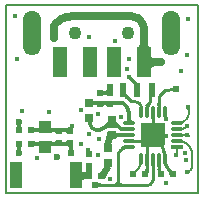
<source format=gtl>
G04*
G04 #@! TF.GenerationSoftware,Altium Limited,Altium Designer,20.1.8 (145)*
G04*
G04 Layer_Physical_Order=1*
G04 Layer_Color=255*
%FSLAX25Y25*%
%MOIN*%
G70*
G04*
G04 #@! TF.SameCoordinates,21FBFEBA-D07F-42F0-8C11-0AAD296DAF8C*
G04*
G04*
G04 #@! TF.FilePolarity,Positive*
G04*
G01*
G75*
%ADD14C,0.01000*%
%ADD15C,0.00500*%
%ADD16R,0.01968X0.05118*%
%ADD17R,0.01968X0.02362*%
%ADD18R,0.02500X0.03000*%
%ADD19O,0.01181X0.04331*%
%ADD20O,0.04331X0.01181*%
%ADD21R,0.04331X0.01181*%
%ADD22R,0.03937X0.03937*%
%ADD23R,0.02362X0.01968*%
%ADD24R,0.03937X0.04331*%
%ADD25R,0.03937X0.08661*%
%ADD26R,0.04724X0.09843*%
%ADD40C,0.00600*%
%ADD41C,0.01200*%
%ADD42C,0.02500*%
%ADD43C,0.02000*%
%ADD44C,0.04331*%
%ADD45O,0.06000X0.15000*%
%ADD46C,0.01772*%
%ADD47C,0.02362*%
%ADD48C,0.02400*%
G36*
X562471Y240460D02*
X562504Y240035D01*
X562559Y239660D01*
X562636Y239335D01*
X562735Y239060D01*
X562856Y238835D01*
X562999Y238660D01*
X563164Y238535D01*
X563351Y238460D01*
X563560Y238435D01*
X558860D01*
X559069Y238460D01*
X559256Y238535D01*
X559421Y238660D01*
X559564Y238835D01*
X559685Y239060D01*
X559784Y239335D01*
X559861Y239660D01*
X559916Y240035D01*
X559949Y240460D01*
X559960Y240935D01*
X562460D01*
X562471Y240460D01*
D02*
G37*
G36*
X563574Y235788D02*
X563649Y235576D01*
X563774Y235388D01*
X563950Y235226D01*
X564176Y235088D01*
X564453Y234976D01*
X564779Y234889D01*
X565156Y234826D01*
X565583Y234788D01*
X566060Y234776D01*
Y232276D01*
X565583Y232263D01*
X565156Y232226D01*
X564779Y232164D01*
X564453Y232076D01*
X564176Y231963D01*
X563950Y231826D01*
X563774Y231663D01*
X563649Y231476D01*
X563574Y231263D01*
X563548Y231026D01*
Y236026D01*
X563574Y235788D01*
D02*
G37*
G36*
X557289Y228556D02*
X557300Y228516D01*
X557317Y228473D01*
X557343Y228426D01*
X557375Y228375D01*
X557415Y228320D01*
X557516Y228198D01*
X557646Y228061D01*
X556939Y227354D01*
X556869Y227422D01*
X556680Y227585D01*
X556626Y227625D01*
X556574Y227657D01*
X556527Y227682D01*
X556484Y227700D01*
X556444Y227711D01*
X556409Y227714D01*
X557286Y228591D01*
X557289Y228556D01*
D02*
G37*
G36*
X548840Y222400D02*
X548830Y222495D01*
X548799Y222580D01*
X548749Y222655D01*
X548678Y222720D01*
X548587Y222775D01*
X548475Y222820D01*
X548344Y222855D01*
X548250Y222870D01*
X548156Y222855D01*
X548025Y222820D01*
X547913Y222775D01*
X547822Y222720D01*
X547751Y222655D01*
X547701Y222580D01*
X547670Y222495D01*
X547660Y222400D01*
Y224400D01*
X547670Y224305D01*
X547701Y224220D01*
X547751Y224145D01*
X547822Y224080D01*
X547913Y224025D01*
X548025Y223980D01*
X548156Y223945D01*
X548250Y223930D01*
X548344Y223945D01*
X548475Y223980D01*
X548587Y224025D01*
X548678Y224080D01*
X548749Y224145D01*
X548799Y224220D01*
X548830Y224305D01*
X548840Y224400D01*
Y222400D01*
D02*
G37*
G36*
X563904Y221860D02*
X563903Y221844D01*
X563900Y221349D01*
X562900D01*
X562896Y221865D01*
X563904D01*
X563904Y221860D01*
D02*
G37*
G36*
X555297Y223473D02*
X555291Y223361D01*
X555318Y223230D01*
X555376Y223081D01*
X555467Y222914D01*
X555591Y222728D01*
X555747Y222523D01*
X556155Y222059D01*
X556409Y221799D01*
X555647Y221146D01*
X555428Y221358D01*
X555041Y221690D01*
X554873Y221809D01*
X554723Y221896D01*
X554590Y221952D01*
X554475Y221977D01*
X554377Y221971D01*
X554296Y221934D01*
X554233Y221865D01*
X555336Y223566D01*
X555297Y223473D01*
D02*
G37*
G36*
X548828Y220600D02*
X548872Y220600D01*
Y219400D01*
X548836Y219399D01*
X548840Y218800D01*
X548827Y218914D01*
X548790Y219016D01*
X548729Y219106D01*
X548644Y219184D01*
X548535Y219250D01*
X548401Y219304D01*
X548250Y219344D01*
X548099Y219304D01*
X547965Y219250D01*
X547856Y219184D01*
X547771Y219106D01*
X547710Y219016D01*
X547673Y218914D01*
X547660Y218800D01*
X547664Y219399D01*
X547628Y219400D01*
Y220600D01*
X547672Y220601D01*
X547672Y220632D01*
X547684Y220626D01*
X547720Y220620D01*
X547780Y220616D01*
X547998Y220610D01*
X548828Y220632D01*
X548828Y220600D01*
D02*
G37*
G36*
X566814Y218875D02*
X565724D01*
X565732Y218897D01*
X565740Y218939D01*
X565746Y218999D01*
X565761Y219291D01*
X565768Y219942D01*
X566769D01*
X566814Y218875D01*
D02*
G37*
G36*
X550784Y220626D02*
X550820Y220620D01*
X550880Y220616D01*
X551360Y220603D01*
X551972Y220600D01*
Y219400D01*
X551743Y219394D01*
X551537Y219376D01*
X551356Y219346D01*
X551198Y219304D01*
X551065Y219250D01*
X550956Y219184D01*
X550871Y219106D01*
X550810Y219016D01*
X550773Y218914D01*
X550760Y218800D01*
X550772Y220632D01*
X550784Y220626D01*
D02*
G37*
G36*
X544038Y221086D02*
X544074Y220984D01*
X544135Y220894D01*
X544220Y220816D01*
X544329Y220750D01*
X544462Y220696D01*
X544620Y220654D01*
X544802Y220624D01*
X544948Y220611D01*
X545728Y220632D01*
X545740Y218800D01*
X545727Y218914D01*
X545690Y219016D01*
X545629Y219106D01*
X545544Y219184D01*
X545435Y219250D01*
X545301Y219304D01*
X545144Y219346D01*
X544963Y219376D01*
X544882Y219383D01*
X544802Y219376D01*
X544620Y219346D01*
X544462Y219304D01*
X544329Y219250D01*
X544220Y219184D01*
X544135Y219106D01*
X544074Y219016D01*
X544038Y218914D01*
X544026Y218800D01*
Y221200D01*
X544038Y221086D01*
D02*
G37*
G36*
X563154Y219546D02*
X563096Y219444D01*
X563003Y219249D01*
X562969Y219155D01*
X562942Y219064D01*
X562922Y218975D01*
X562911Y218890D01*
X562906Y218807D01*
X562910Y218726D01*
X562921Y218649D01*
X561914Y219066D01*
X561842Y219024D01*
X561791Y219010D01*
X561762Y219024D01*
X561754Y219065D01*
X561768Y219134D01*
X561803Y219231D01*
X561859Y219355D01*
X562037Y219686D01*
X562157Y219892D01*
X563154Y219546D01*
D02*
G37*
G36*
X576614Y218309D02*
X576569Y218139D01*
X576551Y218045D01*
X576523Y217842D01*
X576506Y217618D01*
X576500Y217372D01*
X575900Y217287D01*
X575896Y217374D01*
X575885Y217454D01*
X575867Y217527D01*
X575841Y217595D01*
X575808Y217655D01*
X575767Y217709D01*
X575719Y217757D01*
X575664Y217798D01*
X575602Y217832D01*
X575532Y217860D01*
X576641Y218387D01*
X576614Y218309D01*
D02*
G37*
G36*
X568547Y215749D02*
X568562Y215717D01*
X568584Y215686D01*
X568615Y215657D01*
X568653Y215629D01*
X568700Y215602D01*
X568754Y215577D01*
X568817Y215553D01*
X568887Y215531D01*
X568965Y215509D01*
X568035Y214964D01*
X568771Y215280D01*
X568754Y215267D01*
X568746Y215249D01*
X568745Y215224D01*
X568752Y215192D01*
X568767Y215153D01*
X568790Y215108D01*
X568821Y215057D01*
X568907Y214933D01*
X568962Y214862D01*
X568535Y214440D01*
X568461Y214533D01*
X568213Y214812D01*
X568163Y214859D01*
X568118Y214896D01*
X568078Y214925D01*
X568042Y214944D01*
X568015Y214953D01*
X567895Y214883D01*
X567917Y214966D01*
X567984Y215297D01*
X567988Y215346D01*
X567989Y215388D01*
X567988Y215425D01*
X567983Y215456D01*
X568541Y215782D01*
X568547Y215749D01*
D02*
G37*
G36*
X564836Y215251D02*
X564829Y215209D01*
X564822Y215149D01*
X564807Y214857D01*
X564800Y214206D01*
X563800D01*
X563755Y215273D01*
X564845D01*
X564836Y215251D01*
D02*
G37*
G36*
X557032Y214697D02*
X557050Y214491D01*
X557080Y214309D01*
X557122Y214151D01*
X557176Y214018D01*
X557242Y213909D01*
X557320Y213824D01*
X557410Y213763D01*
X557512Y213727D01*
X557626Y213715D01*
X555226D01*
X555340Y213727D01*
X555442Y213763D01*
X555532Y213824D01*
X555610Y213909D01*
X555676Y214018D01*
X555730Y214151D01*
X555772Y214309D01*
X555802Y214491D01*
X555820Y214697D01*
X555826Y214927D01*
X557026D01*
X557032Y214697D01*
D02*
G37*
G36*
X574808Y213635D02*
X574665Y213540D01*
X574441Y213367D01*
X574359Y213290D01*
X574297Y213219D01*
X574256Y213154D01*
X574234Y213095D01*
X574233Y213043D01*
X574252Y212996D01*
X574290Y212956D01*
X573291Y213715D01*
X573347Y213683D01*
X573413Y213665D01*
X573489Y213660D01*
X573575Y213669D01*
X573671Y213692D01*
X573778Y213729D01*
X573894Y213779D01*
X574020Y213843D01*
X574303Y214011D01*
X574808Y213635D01*
D02*
G37*
G36*
X544038Y213512D02*
X544031Y213505D01*
X544024Y213484D01*
X544019Y213448D01*
X544014Y213398D01*
X544003Y213163D01*
X544000Y212800D01*
X542800D01*
X542799Y212937D01*
X542772Y213342D01*
X542760Y213408D01*
X542745Y213458D01*
X542728Y213495D01*
X542709Y213517D01*
X542688Y213524D01*
X544038Y213512D01*
D02*
G37*
G36*
X537554Y211947D02*
X537538Y211925D01*
X537512Y211882D01*
X537502Y211861D01*
X537493Y211840D01*
X537486Y211819D01*
X537480Y211798D01*
X537476Y211778D01*
X537473Y211757D01*
X537473Y211737D01*
X536854Y211733D01*
X537311Y211421D01*
X537271Y211412D01*
X537235Y211394D01*
X537200Y211367D01*
X537169Y211331D01*
X537139Y211287D01*
X537112Y211234D01*
X537088Y211173D01*
X537066Y211103D01*
X537046Y211024D01*
X537029Y210936D01*
X536158Y211553D01*
X536219Y211728D01*
X535910Y211725D01*
X535960Y211734D01*
X536019Y211760D01*
X536085Y211802D01*
X536159Y211862D01*
X536240Y211938D01*
X536320Y212020D01*
X536341Y212083D01*
X536362Y212068D01*
X536534Y212268D01*
X536769Y212573D01*
X537554Y211947D01*
D02*
G37*
G36*
X550542Y213184D02*
X551838Y214559D01*
X551772Y214463D01*
X551740Y214351D01*
X551741Y214223D01*
X551776Y214078D01*
X551844Y213916D01*
X551946Y213738D01*
X552081Y213544D01*
X552249Y213333D01*
X552687Y212862D01*
X551888Y211964D01*
X551640Y212203D01*
X551195Y212580D01*
X550999Y212716D01*
X550821Y212818D01*
X550660Y212886D01*
X550517Y212919D01*
X550391Y212918D01*
X550294Y212886D01*
X550279Y212880D01*
X550191Y212812D01*
X550239Y212863D01*
X550207Y212849D01*
X550027Y212745D01*
X549828Y212604D01*
X549609Y212427D01*
X549112Y211964D01*
X548514Y213062D01*
X548741Y213298D01*
X549102Y213726D01*
X549235Y213918D01*
X549337Y214095D01*
X549407Y214257D01*
X549446Y214405D01*
X549454Y214538D01*
X549430Y214656D01*
X549374Y214759D01*
X550542Y213184D01*
D02*
G37*
G36*
X520135Y212925D02*
X520358D01*
X520315Y212876D01*
X520277Y212819D01*
X520243Y212752D01*
X520213Y212677D01*
X520188Y212593D01*
X520173Y212523D01*
X520183Y212460D01*
X520223Y212304D01*
X520274Y212172D01*
X520336Y212064D01*
X520410Y211980D01*
X520496Y211920D01*
X520592Y211884D01*
X520701Y211872D01*
X518362D01*
X518470Y211884D01*
X518567Y211920D01*
X518653Y211980D01*
X518727Y212064D01*
X518789Y212172D01*
X518840Y212304D01*
X518880Y212460D01*
X518890Y212523D01*
X518875Y212593D01*
X518850Y212677D01*
X518820Y212752D01*
X518786Y212819D01*
X518748Y212876D01*
X518705Y212925D01*
X518928D01*
X518931Y213072D01*
X520131D01*
X520135Y212925D01*
D02*
G37*
G36*
X575480Y211322D02*
X575398Y211331D01*
X575316Y211335D01*
X575234Y211335D01*
X575152Y211330D01*
X575070Y211320D01*
X574988Y211305D01*
X574907Y211285D01*
X574826Y211261D01*
X574744Y211232D01*
X574724Y211224D01*
X574602Y211155D01*
X574523Y211103D01*
X574382Y210994D01*
X574320Y210936D01*
X574263Y210877D01*
X574212Y210815D01*
X574166Y210751D01*
X573749Y211758D01*
X573843Y211742D01*
X573936Y211733D01*
X574029Y211728D01*
X574120Y211730D01*
X574211Y211738D01*
X574302Y211751D01*
X574391Y211770D01*
X574459Y211790D01*
X574483Y211807D01*
X574536Y211859D01*
X574584Y211918D01*
X574624Y211982D01*
X574658Y212053D01*
X574685Y212130D01*
X574706Y212213D01*
X574720Y212303D01*
X575480Y211322D01*
D02*
G37*
G36*
X526443Y209847D02*
X526432Y209933D01*
X526396Y210010D01*
X526335Y210078D01*
X526252Y210137D01*
X526144Y210187D01*
X526012Y210227D01*
X525855Y210259D01*
X525675Y210282D01*
X525540Y210291D01*
X525226Y210266D01*
X525070Y210241D01*
X524938Y210207D01*
X524830Y210166D01*
X524746Y210118D01*
X524686Y210062D01*
X524650Y209998D01*
X524638Y209928D01*
Y211872D01*
X524650Y211802D01*
X524686Y211738D01*
X524746Y211682D01*
X524830Y211634D01*
X524938Y211593D01*
X525070Y211560D01*
X525226Y211533D01*
X525406Y211515D01*
X525527Y211511D01*
X525679Y211524D01*
X525860Y211554D01*
X526018Y211596D01*
X526151Y211650D01*
X526260Y211716D01*
X526345Y211794D01*
X526406Y211884D01*
X526443Y211986D01*
X526455Y212100D01*
X526443Y209847D01*
D02*
G37*
G36*
X533784Y211718D02*
X533820Y211672D01*
X533880Y211632D01*
X533964Y211597D01*
X534072Y211567D01*
X534204Y211543D01*
X534360Y211524D01*
X534645Y211508D01*
X535096Y211538D01*
X535228Y211559D01*
X535336Y211585D01*
X535420Y211616D01*
X535480Y211652D01*
X535516Y211692D01*
X535528Y211737D01*
X535540Y209700D01*
X535527Y209814D01*
X535491Y209916D01*
X535429Y210006D01*
X535345Y210084D01*
X535235Y210150D01*
X535102Y210204D01*
X534945Y210246D01*
X534763Y210276D01*
X534650Y210286D01*
X534537Y210276D01*
X534356Y210246D01*
X534198Y210204D01*
X534065Y210150D01*
X533956Y210084D01*
X533871Y210006D01*
X533810Y209916D01*
X533773Y209814D01*
X533760Y209700D01*
X533772Y211769D01*
X533784Y211718D01*
D02*
G37*
G36*
X530357Y211986D02*
X530394Y211884D01*
X530455Y211794D01*
X530540Y211716D01*
X530649Y211650D01*
X530782Y211596D01*
X530940Y211554D01*
X531121Y211524D01*
X531130Y211523D01*
X531396Y211543D01*
X531528Y211567D01*
X531636Y211597D01*
X531720Y211632D01*
X531780Y211672D01*
X531816Y211718D01*
X531828Y211769D01*
X531840Y209700D01*
X531827Y209814D01*
X531790Y209916D01*
X531729Y210006D01*
X531644Y210084D01*
X531535Y210150D01*
X531402Y210204D01*
X531244Y210246D01*
X531085Y210272D01*
X530944Y210259D01*
X530789Y210227D01*
X530656Y210187D01*
X530548Y210137D01*
X530465Y210078D01*
X530405Y210010D01*
X530369Y209933D01*
X530357Y209847D01*
X530344Y212100D01*
X530357Y211986D01*
D02*
G37*
G36*
X575067Y208580D02*
X575004Y208641D01*
X574938Y208695D01*
X574870Y208743D01*
X574800Y208785D01*
X574727Y208820D01*
X574653Y208849D01*
X574577Y208871D01*
X574549Y208877D01*
X574464Y208861D01*
X574375Y208839D01*
X574290Y208812D01*
X574207Y208780D01*
X574127Y208743D01*
X574049Y208702D01*
X573975Y208655D01*
Y209745D01*
X574049Y209698D01*
X574127Y209657D01*
X574207Y209620D01*
X574290Y209588D01*
X574375Y209561D01*
X574464Y209539D01*
X574549Y209523D01*
X574577Y209529D01*
X574653Y209551D01*
X574727Y209580D01*
X574800Y209615D01*
X574870Y209657D01*
X574938Y209705D01*
X575004Y209759D01*
X575067Y209820D01*
Y208580D01*
D02*
G37*
G36*
X551850Y210286D02*
X551886Y210184D01*
X551946Y210094D01*
X552030Y210016D01*
X552138Y209950D01*
X552270Y209896D01*
X552426Y209854D01*
X552606Y209824D01*
X552810Y209806D01*
X553038Y209800D01*
Y208600D01*
X552810Y208594D01*
X552606Y208576D01*
X552426Y208546D01*
X552270Y208504D01*
X552138Y208450D01*
X552030Y208384D01*
X551946Y208306D01*
X551886Y208216D01*
X551850Y208114D01*
X551838Y208000D01*
Y210400D01*
X551850Y210286D01*
D02*
G37*
G36*
X549353Y210977D02*
X549362Y210788D01*
X551563Y207824D01*
X551412Y207989D01*
X551265Y208075D01*
X551121Y208082D01*
X550980Y208010D01*
X550887Y207907D01*
X550438Y206388D01*
X550305D01*
X550200Y205920D01*
X549721Y206388D01*
X547962D01*
X547996Y206407D01*
X548039Y206465D01*
X548091Y206561D01*
X548153Y206696D01*
X548305Y207081D01*
X548480Y207602D01*
X548457Y207624D01*
X548629Y208445D01*
X549326Y211053D01*
X549353Y210977D01*
D02*
G37*
G36*
X531828Y205494D02*
X531816Y205552D01*
X531780Y205604D01*
X531720Y205650D01*
X531636Y205690D01*
X531528Y205724D01*
X531396Y205751D01*
X531240Y205772D01*
X531148Y205778D01*
X531121Y205776D01*
X530940Y205746D01*
X530782Y205704D01*
X530649Y205650D01*
X530540Y205584D01*
X530455Y205506D01*
X530394Y205416D01*
X530357Y205314D01*
X530344Y205200D01*
X530357Y207460D01*
X530369Y207373D01*
X530405Y207295D01*
X530465Y207226D01*
X530548Y207166D01*
X530656Y207115D01*
X530789Y207074D01*
X530944Y207041D01*
X531071Y207025D01*
X531244Y207054D01*
X531402Y207096D01*
X531535Y207150D01*
X531644Y207216D01*
X531729Y207294D01*
X531790Y207384D01*
X531827Y207486D01*
X531840Y207600D01*
X531828Y205494D01*
D02*
G37*
G36*
X535528Y205462D02*
X535516Y205526D01*
X535480Y205584D01*
X535420Y205634D01*
X535336Y205678D01*
X535228Y205715D01*
X535096Y205746D01*
X534940Y205770D01*
X534760Y205786D01*
X534659Y205790D01*
X534204Y205751D01*
X534072Y205724D01*
X533964Y205690D01*
X533880Y205650D01*
X533820Y205604D01*
X533784Y205552D01*
X533772Y205494D01*
X533760Y207600D01*
X533773Y207486D01*
X533810Y207384D01*
X533871Y207294D01*
X533956Y207216D01*
X534065Y207150D01*
X534198Y207096D01*
X534356Y207054D01*
X534537Y207024D01*
X534650Y207014D01*
X534763Y207024D01*
X534945Y207054D01*
X535102Y207096D01*
X535235Y207150D01*
X535345Y207216D01*
X535430Y207294D01*
X535491Y207384D01*
X535527Y207486D01*
X535540Y207600D01*
X535528Y205462D01*
D02*
G37*
G36*
X526455Y205200D02*
X526443Y205314D01*
X526406Y205416D01*
X526345Y205506D01*
X526260Y205584D01*
X526151Y205650D01*
X526018Y205704D01*
X525860Y205746D01*
X525679Y205776D01*
X525570Y205785D01*
X525326Y205767D01*
X525170Y205740D01*
X525038Y205707D01*
X524930Y205666D01*
X524846Y205618D01*
X524786Y205562D01*
X524750Y205499D01*
X524738Y205428D01*
Y207372D01*
X524750Y207301D01*
X524786Y207238D01*
X524846Y207182D01*
X524930Y207134D01*
X525038Y207093D01*
X525170Y207060D01*
X525326Y207033D01*
X525506Y207015D01*
X525559Y207013D01*
X525855Y207041D01*
X526012Y207074D01*
X526144Y207115D01*
X526252Y207166D01*
X526335Y207226D01*
X526396Y207295D01*
X526432Y207373D01*
X526443Y207460D01*
X526455Y205200D01*
D02*
G37*
G36*
X558249Y207768D02*
X558291Y207760D01*
X558351Y207753D01*
X558643Y207739D01*
X559294Y207732D01*
Y206732D01*
X558226Y206686D01*
Y207776D01*
X558249Y207768D01*
D02*
G37*
G36*
X574171Y207544D02*
X574176Y207489D01*
X574199Y207434D01*
X574242Y207376D01*
X574303Y207317D01*
X574383Y207257D01*
X574483Y207196D01*
X574601Y207133D01*
X574895Y207003D01*
X574561Y206495D01*
X574460Y206534D01*
X574184Y206617D01*
X574101Y206635D01*
X574022Y206647D01*
X573947Y206653D01*
X573877Y206655D01*
X573810Y206651D01*
X573749Y206642D01*
X574186Y207597D01*
X574171Y207544D01*
D02*
G37*
G36*
X568237Y206247D02*
X567253Y205263D01*
X560363D01*
Y213137D01*
X568237D01*
Y206247D01*
D02*
G37*
G36*
X554446Y205708D02*
X554434Y205680D01*
X555581Y204685D01*
X555490Y204745D01*
X555381Y204782D01*
X555252Y204797D01*
X555105Y204790D01*
X554938Y204760D01*
X554753Y204709D01*
X554549Y204635D01*
X554326Y204539D01*
X553824Y204280D01*
X553497Y205264D01*
X553696Y205375D01*
X554399Y205717D01*
X554434Y205720D01*
X554446Y205708D01*
D02*
G37*
G36*
X520801Y205428D02*
X520706Y205416D01*
X520620Y205380D01*
X520545Y205320D01*
X520480Y205236D01*
X520425Y205128D01*
X520380Y204996D01*
X520345Y204840D01*
X520328Y204719D01*
X520336Y204668D01*
X520357Y204575D01*
X520382Y204491D01*
X520411Y204416D01*
X520445Y204350D01*
X520484Y204292D01*
X520527Y204243D01*
X520300D01*
X520300Y204228D01*
X519100D01*
X519100Y204243D01*
X518873D01*
X518916Y204292D01*
X518955Y204350D01*
X518989Y204416D01*
X519018Y204491D01*
X519043Y204575D01*
X519064Y204668D01*
X519069Y204704D01*
X519046Y204845D01*
X519004Y205002D01*
X518950Y205135D01*
X518884Y205244D01*
X518806Y205329D01*
X518716Y205390D01*
X518614Y205427D01*
X518500Y205440D01*
X520801Y205428D01*
D02*
G37*
G36*
X572717Y204690D02*
X572666Y204672D01*
X572621Y204641D01*
X572582Y204598D01*
X572549Y204543D01*
X572522Y204476D01*
X572501Y204397D01*
X572486Y204305D01*
X572477Y204201D01*
X572474Y204084D01*
X571874D01*
X571871Y204201D01*
X571862Y204305D01*
X571847Y204397D01*
X571826Y204476D01*
X571799Y204543D01*
X571766Y204598D01*
X571727Y204641D01*
X571682Y204672D01*
X571631Y204690D01*
X571574Y204696D01*
X572774D01*
X572717Y204690D01*
D02*
G37*
G36*
X537440Y205452D02*
X537410Y205422D01*
X537385Y205372D01*
X537362Y205302D01*
X537343Y205212D01*
X537328Y205102D01*
X537308Y204837D01*
X537314Y204774D01*
X537331Y204664D01*
X537354Y204560D01*
X537385Y204462D01*
X537422Y204370D01*
X537467Y204283D01*
X537518Y204202D01*
X537575Y204127D01*
X537640Y204057D01*
X535960D01*
X536025Y204127D01*
X536082Y204202D01*
X536133Y204283D01*
X536178Y204370D01*
X536215Y204462D01*
X536246Y204560D01*
X536269Y204664D01*
X536285Y204765D01*
X536280Y204822D01*
X536255Y204972D01*
X536220Y205102D01*
X536175Y205212D01*
X536120Y205302D01*
X536055Y205372D01*
X535980Y205422D01*
X535895Y205452D01*
X535800Y205462D01*
X537473D01*
X537440Y205452D01*
D02*
G37*
G36*
X562877Y203127D02*
X561787D01*
X561795Y203149D01*
X561803Y203191D01*
X561809Y203251D01*
X561824Y203543D01*
X561832Y204194D01*
X562831D01*
X562877Y203127D01*
D02*
G37*
G36*
X571859Y203621D02*
X571870Y203614D01*
X571874Y203603D01*
X572473Y203536D01*
X572473Y203512D01*
X572477Y203483D01*
X572485Y203446D01*
X572509Y203355D01*
X572571Y203170D01*
X572628Y203015D01*
X571501Y203534D01*
X571572Y203559D01*
X571781Y203618D01*
X571814Y203623D01*
X571840Y203624D01*
X571859Y203621D01*
D02*
G37*
G36*
X568315Y204188D02*
X568602Y203385D01*
X568630Y203342D01*
X568654Y203318D01*
X567647Y202901D01*
X567645Y202906D01*
X567639Y202925D01*
X567452Y203575D01*
X568261Y204375D01*
X568315Y204188D01*
D02*
G37*
G36*
X560581Y199217D02*
X560540Y199259D01*
X560494Y199280D01*
X560445Y199278D01*
X560392Y199254D01*
X560334Y199207D01*
X560273Y199139D01*
X560208Y199048D01*
X560139Y198935D01*
X560065Y198800D01*
X559988Y198642D01*
X559560Y199123D01*
X559639Y199298D01*
X559759Y199609D01*
X559800Y199746D01*
X559829Y199870D01*
X559845Y199982D01*
X559849Y200080D01*
X559840Y200167D01*
X559819Y200240D01*
X559785Y200301D01*
X560581Y199217D01*
D02*
G37*
G36*
X566805Y199503D02*
X566797Y199461D01*
X566790Y199401D01*
X566776Y199109D01*
X566769Y198458D01*
X565768D01*
X565724Y199525D01*
X566814D01*
X566805Y199503D01*
D02*
G37*
G36*
X564836D02*
X564829Y199461D01*
X564822Y199401D01*
X564807Y199109D01*
X564800Y198458D01*
X563800D01*
X563755Y199525D01*
X564845D01*
X564836Y199503D01*
D02*
G37*
G36*
X562868D02*
X562860Y199461D01*
X562853Y199401D01*
X562839Y199109D01*
X562831Y198458D01*
X561832D01*
X561787Y199525D01*
X562877D01*
X562868Y199503D01*
D02*
G37*
G36*
X568765Y201048D02*
X568732Y200919D01*
X568717Y200776D01*
X568719Y200619D01*
X568739Y200449D01*
X568776Y200264D01*
X568831Y200066D01*
X568903Y199854D01*
X569100Y199388D01*
X568517Y198276D01*
X568437Y198442D01*
X568140Y198972D01*
X568071Y199071D01*
X568005Y199157D01*
X567941Y199230D01*
X567879Y199288D01*
X567820Y199334D01*
X568815Y201163D01*
X568765Y201048D01*
D02*
G37*
G36*
X562820Y198089D02*
X562775Y197616D01*
X562772Y197536D01*
X562769Y197372D01*
X561387Y197360D01*
X561448Y197369D01*
X561505Y197393D01*
X561559Y197434D01*
X561609Y197491D01*
X561655Y197563D01*
X561697Y197652D01*
X561736Y197756D01*
X561772Y197877D01*
X561803Y198013D01*
X561832Y198166D01*
X562831D01*
X562820Y198089D01*
D02*
G37*
G36*
X566783Y197717D02*
X566865Y197311D01*
X566878Y197283D01*
X566890Y197266D01*
X566902Y197260D01*
X565779D01*
X565790Y197266D01*
X565799Y197283D01*
X565804Y197311D01*
X565807Y197351D01*
X565808Y197401D01*
X565800Y197537D01*
X565768Y197825D01*
X566769D01*
X566783Y197717D01*
D02*
G37*
G36*
X543904Y198292D02*
X543992Y197172D01*
X544033Y196992D01*
X544081Y196852D01*
X544136Y196752D01*
X544199Y196692D01*
X544269Y196672D01*
X542556D01*
Y194700D01*
X542174Y194690D01*
X541832Y194660D01*
X541530Y194610D01*
X541269Y194540D01*
X541047Y194450D01*
X540866Y194340D01*
X540726Y194210D01*
X540625Y194060D01*
X540565Y193890D01*
X540545Y193700D01*
Y197700D01*
X540565Y197510D01*
X540625Y197340D01*
X540726Y197190D01*
X540866Y197060D01*
X541047Y196950D01*
X541269Y196860D01*
X541530Y196790D01*
X541832Y196740D01*
X541930Y196731D01*
X541900Y198672D01*
X543900D01*
X543904Y198292D01*
D02*
G37*
G36*
X548939Y198412D02*
X550438D01*
X550384Y198394D01*
X550315Y198339D01*
X550230Y198249D01*
X550129Y198122D01*
X549880Y197759D01*
X549388Y196942D01*
X549192Y196597D01*
X549160Y196605D01*
X548206Y194728D01*
X545868Y196672D01*
X546069Y196693D01*
X546274Y196754D01*
X546481Y196855D01*
X546692Y196998D01*
X546905Y197181D01*
X547121Y197405D01*
X547340Y197670D01*
X547562Y197975D01*
X548014Y198708D01*
X548939Y198412D01*
D02*
G37*
G36*
X576117Y197725D02*
X576292Y197641D01*
X576339Y197624D01*
X576381Y197613D01*
X576417Y197607D01*
X576448Y197607D01*
X576473Y197613D01*
X576493Y197625D01*
X576659Y197005D01*
X576645Y196994D01*
X576627Y196975D01*
X576607Y196949D01*
X576556Y196876D01*
X576456Y196712D01*
X576373Y196567D01*
X576048Y197764D01*
X576117Y197725D01*
D02*
G37*
G36*
X570069Y197791D02*
X570378Y197474D01*
X570518Y197359D01*
X570647Y197271D01*
X570768Y197212D01*
X570878Y197181D01*
X570978Y197179D01*
X571069Y197205D01*
X571150Y197260D01*
X569680Y195928D01*
X569736Y196001D01*
X569765Y196093D01*
X569767Y196204D01*
X569741Y196334D01*
X569687Y196483D01*
X569606Y196651D01*
X569498Y196838D01*
X569362Y197044D01*
X569008Y197513D01*
X569901Y197993D01*
X570069Y197791D01*
D02*
G37*
G36*
X553210Y194060D02*
X553240Y193890D01*
X553290Y193740D01*
X553360Y193610D01*
X553450Y193500D01*
X553560Y193410D01*
X553690Y193340D01*
X553840Y193290D01*
X554010Y193260D01*
X554200Y193250D01*
X552700Y192250D01*
X551200Y193250D01*
X551390Y193260D01*
X551560Y193290D01*
X551710Y193340D01*
X551840Y193410D01*
X551950Y193500D01*
X552040Y193610D01*
X552110Y193740D01*
X552160Y193890D01*
X552190Y194060D01*
X552200Y194250D01*
X553200D01*
X553210Y194060D01*
D02*
G37*
G36*
X546027Y193525D02*
X546102Y193468D01*
X546183Y193417D01*
X546270Y193372D01*
X546362Y193335D01*
X546460Y193304D01*
X546564Y193281D01*
X546674Y193264D01*
X546790Y193253D01*
X546911Y193250D01*
Y192250D01*
X546790Y192247D01*
X546674Y192236D01*
X546564Y192219D01*
X546460Y192196D01*
X546362Y192165D01*
X546270Y192128D01*
X546183Y192083D01*
X546102Y192032D01*
X546027Y191975D01*
X545957Y191910D01*
Y193590D01*
X546027Y193525D01*
D02*
G37*
D14*
X559100Y224400D02*
X558977Y225337D01*
X558615Y226211D01*
X558039Y226961D01*
X536800Y205908D02*
X536500Y206631D01*
X537200Y212300D02*
X536682Y211525D01*
X536500Y210611D01*
X568237Y201326D02*
X568177Y202390D01*
X567999Y203441D01*
X567704Y204465D01*
X567296Y205450D01*
X566780Y206383D01*
X566163Y207252D01*
X565453Y208047D01*
X568237Y201326D02*
X568318Y200358D01*
X568557Y199417D01*
X568948Y198529D01*
X569481Y197717D01*
X570141Y197005D01*
X570909Y196411D01*
X566268Y197825D02*
X566433Y197000D01*
X566900Y196300D01*
X561600Y196400D02*
X562141Y197210D01*
X562331Y198166D01*
X562796Y206904D02*
X562539Y206106D01*
X562384Y205283D01*
X562331Y204448D01*
X553200Y204400D02*
X552700Y203193D01*
X555283Y205263D02*
X554156Y205039D01*
X553200Y204400D01*
X562455Y192750D02*
X563300Y193100D01*
X563843Y193807D01*
X564184Y194631D01*
X564300Y195514D01*
X570280Y224500D02*
X569347Y224408D01*
X568451Y224136D01*
X567624Y223694D01*
X566900Y223100D01*
X566433Y222400D01*
X566268Y221575D01*
X562800Y206900D02*
X562796Y206904D01*
X560363Y218624D02*
X560000Y219500D01*
X559678Y219822D02*
X558816Y220398D01*
X557800Y220600D01*
X556300Y221200D02*
X556965Y220756D01*
X557749Y220600D01*
X554376Y224400D02*
X554610Y223221D01*
X555278Y222222D01*
X563824Y224400D02*
X563400Y223375D01*
X562800Y219900D02*
X563244Y220565D01*
X563400Y221349D01*
X562800Y219900D02*
X562331Y218769D01*
X564300Y209200D02*
X563695Y208506D01*
X563191Y207736D01*
X562796Y206904D01*
X562000Y207231D01*
X556400Y228600D02*
X558039Y226961D01*
X536800Y203200D02*
Y205908D01*
X536500Y210568D02*
Y210611D01*
X546700Y223400D02*
X549800D01*
X566268Y197825D02*
Y201326D01*
X562331D02*
Y204448D01*
Y198166D02*
Y201326D01*
X552700Y192750D02*
X562455D01*
X545100D02*
X552700D01*
Y203193D01*
X555283Y205263D02*
X556426D01*
X564300Y195514D02*
Y201326D01*
X570280Y224500D02*
X571900D01*
X566268Y217074D02*
Y221575D01*
X564300Y209200D02*
X565453Y208047D01*
X556426Y207231D02*
X562000D01*
X564300Y211600D02*
Y217074D01*
X560363D02*
Y218624D01*
X559678Y219822D02*
X560000Y219500D01*
X557749Y220600D02*
X557800D01*
X555278Y222222D02*
X556300Y221200D01*
X563400Y221349D02*
Y223375D01*
X562331Y217074D02*
Y218769D01*
D15*
X515158Y252559D02*
X579331D01*
X515158Y190110D02*
X579331D01*
X515158D02*
Y252559D01*
X579331Y190110D02*
Y252559D01*
D16*
X559100Y224400D02*
D03*
X563824Y224400D02*
D03*
X554376D02*
D03*
D17*
X549800Y223400D02*
D03*
Y219463D02*
D03*
X546700Y223400D02*
D03*
Y219463D02*
D03*
X542900Y202937D02*
D03*
Y199000D02*
D03*
X536500Y210568D02*
D03*
Y206631D02*
D03*
X532800Y210600D02*
D03*
Y206663D02*
D03*
D18*
X542800Y215000D02*
D03*
Y220000D02*
D03*
X549200Y204900D02*
D03*
Y199900D02*
D03*
X550600Y209300D02*
D03*
Y214300D02*
D03*
D19*
X568237Y201326D02*
D03*
X566268D02*
D03*
X564300D02*
D03*
X562331D02*
D03*
X560363D02*
D03*
Y217074D02*
D03*
X562331D02*
D03*
X564300D02*
D03*
X566268D02*
D03*
X568237D02*
D03*
D20*
X556426Y205263D02*
D03*
Y207231D02*
D03*
Y209200D02*
D03*
Y211169D02*
D03*
Y213137D02*
D03*
X572174D02*
D03*
Y211169D02*
D03*
Y209200D02*
D03*
Y207231D02*
D03*
D21*
Y205263D02*
D03*
D22*
X564300Y209200D02*
D03*
D23*
X561600Y196400D02*
D03*
X557663D02*
D03*
X519531Y210900D02*
D03*
X523468D02*
D03*
X519631Y206400D02*
D03*
X523568D02*
D03*
X570837Y196300D02*
D03*
X566900D02*
D03*
X543100Y195700D02*
D03*
X547037D02*
D03*
D24*
X528400Y205307D02*
D03*
Y212000D02*
D03*
D25*
X518600Y195900D02*
D03*
X538600Y195900D02*
D03*
D26*
X561210Y233526D02*
D03*
X551147D02*
D03*
X543273D02*
D03*
X533210D02*
D03*
D40*
X568237Y215888D02*
X568750Y214650D01*
X576200Y218139D02*
X575813Y218700D01*
X575564Y214764D02*
X576035Y215469D01*
X576200Y216300D01*
X572434Y213137D02*
X573373Y213261D01*
X574248Y213623D01*
X575000Y214200D01*
X571800Y202700D02*
X572174Y203603D01*
X573110Y211169D02*
X574021Y211288D01*
X574871Y211640D01*
X575600Y212200D01*
X576200Y208800D02*
X575234Y209200D01*
X577200Y203669D02*
X576992Y204714D01*
X576400Y205600D01*
X576800Y197500D02*
X577200Y198466D01*
X575600Y197000D02*
X576795Y197495D01*
X576400Y205600D02*
X575556Y206293D01*
X574593Y206807D01*
X573548Y207124D01*
X572461Y207231D01*
X558789Y197526D02*
X559457Y198340D01*
X559954Y199269D01*
X560260Y200278D01*
X560363Y201326D01*
X576200Y218139D02*
Y218139D01*
X576200D02*
X576200Y218139D01*
X575813Y218700D02*
X575813Y218700D01*
X575000Y214200D02*
X575564Y214764D01*
X572174Y213137D02*
X572434D01*
X576200Y216300D02*
Y218139D01*
X568237Y215888D02*
Y217074D01*
X572174Y209200D02*
X575234D01*
X575700D02*
X575800D01*
X576200Y208800D01*
X577200Y198466D02*
Y203669D01*
X576795Y197495D02*
X576800Y197500D01*
X575234Y197000D02*
X575600D01*
X575200Y197034D02*
X575234Y197000D01*
X572174Y211169D02*
X573110D01*
X572174Y207231D02*
X572461D01*
X572174Y203603D02*
Y205263D01*
X557663Y196400D02*
X558789Y197526D01*
D41*
X519700Y206235D02*
X519631Y206400D01*
X535942D02*
X536500Y206631D01*
Y210611D02*
X535802Y210900D01*
X556426Y215616D02*
X556326Y216632D01*
X556029Y217610D01*
X555548Y218511D01*
X554900Y219300D01*
X554125Y219818D01*
X553210Y220000D01*
X548250Y211950D02*
X548248Y211948D01*
X549338Y212400D02*
X548250Y211950D01*
X546200Y211100D02*
X547309Y211320D01*
X548248Y211948D01*
X552900Y211800D02*
X553600Y211333D01*
X554425Y211169D01*
X552900Y211800D02*
X552235Y212244D01*
X551451Y212400D01*
X543400Y213551D02*
X543244Y214335D01*
X542800Y215000D01*
X543823Y211777D02*
X543824Y211776D01*
X543400Y212800D02*
X543823Y211777D01*
X543900Y211700D02*
X544565Y211256D01*
X545349Y211100D01*
X550600Y214300D02*
X550741Y213959D01*
X550600Y209300D02*
X550841Y209200D01*
X519700Y203400D02*
Y206235D01*
X523568Y206400D02*
X535942D01*
X519531Y210900D02*
Y213769D01*
X523468Y210900D02*
X535802D01*
X548250Y211950D02*
X550600Y214300D01*
X550741Y213959D02*
X552900Y211800D01*
X546700Y220000D02*
X549800D01*
X553210D01*
X556426Y213137D02*
Y215616D01*
X542800Y220000D02*
X546700D01*
X549338Y212400D02*
X551451D01*
X548248Y211948D02*
X548250Y211950D01*
X543400Y212800D02*
Y213551D01*
X543824Y211776D02*
X543900Y211700D01*
X543823Y211777D02*
X543824Y211776D01*
X545349Y211100D02*
X546200D01*
X554425Y211169D02*
X556426D01*
X550841Y209200D02*
X556426D01*
D42*
X561210Y244820D02*
X561081Y245801D01*
X560702Y246715D01*
X560100Y247500D01*
X559181Y248205D01*
X558110Y248649D01*
X556961Y248800D01*
X537357D02*
X536381Y248736D01*
X535422Y248545D01*
X534496Y248231D01*
X533618Y247798D01*
X532805Y247255D01*
X532070Y246610D01*
X531426Y245647D01*
X531200Y244510D01*
X561210Y233526D02*
Y244820D01*
X537357Y248800D02*
X556961D01*
X531200Y241700D02*
Y244510D01*
X566974Y233526D02*
X567000Y233500D01*
X561210Y233526D02*
X566974D01*
D43*
X542900Y196183D02*
X543100Y195700D01*
X538600Y195900D02*
X539083Y195700D01*
X547760Y196423D02*
X548371Y197168D01*
X548826Y198018D01*
X549106Y198941D01*
X549200Y199900D01*
X550600Y209300D02*
X550006Y208576D01*
X549564Y207749D01*
X549292Y206853D01*
X549200Y205920D01*
X539083Y195700D02*
X543100D01*
X542900Y196183D02*
Y199000D01*
X547037Y195700D02*
X547760Y196423D01*
X549200Y204900D02*
Y205920D01*
D44*
X538300Y243400D02*
D03*
X556016D02*
D03*
D45*
X523930D02*
D03*
X570387D02*
D03*
D46*
X529500Y217050D02*
D03*
X518400Y248900D02*
D03*
X543000Y242000D02*
D03*
X556222Y234583D02*
D03*
X520600Y217200D02*
D03*
X576100Y248000D02*
D03*
X575700Y236100D02*
D03*
X519100Y234700D02*
D03*
X540300Y217700D02*
D03*
X549800Y194700D02*
D03*
X575300Y200800D02*
D03*
X568700Y193300D02*
D03*
X575100Y203300D02*
D03*
X571800Y202700D02*
D03*
X553600Y215200D02*
D03*
X568750Y214650D02*
D03*
X546300Y207794D02*
D03*
X542900Y209600D02*
D03*
X573500Y230500D02*
D03*
X550000Y237200D02*
D03*
X525500Y201500D02*
D03*
X551600Y240500D02*
D03*
X575813Y218700D02*
D03*
X575700Y209200D02*
D03*
X568600Y208900D02*
D03*
X555700Y231400D02*
D03*
X546000Y202500D02*
D03*
X542500Y204200D02*
D03*
X556400Y228600D02*
D03*
X537200Y212300D02*
D03*
X575600Y197000D02*
D03*
Y212200D02*
D03*
X533000Y237100D02*
D03*
X546000Y216300D02*
D03*
X540200Y206200D02*
D03*
X544400Y237200D02*
D03*
D47*
X532200Y202100D02*
D03*
X567000Y233500D02*
D03*
X531200Y241700D02*
D03*
X532070Y246610D02*
D03*
X537357Y248800D02*
D03*
X519531Y213769D02*
D03*
X519700Y203400D02*
D03*
D48*
X536800Y203200D02*
D03*
X549900Y225400D02*
D03*
X545100Y192750D02*
D03*
X571900Y224500D02*
D03*
M02*

</source>
